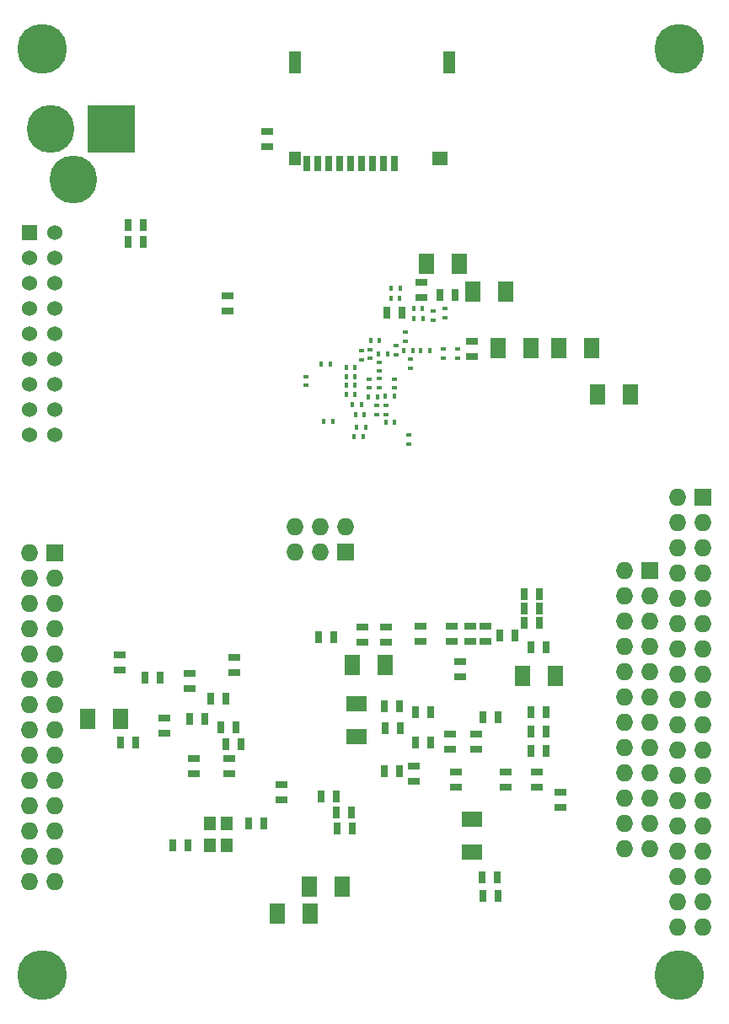
<source format=gbs>
G04 #@! TF.FileFunction,Soldermask,Bot*
%FSLAX46Y46*%
G04 Gerber Fmt 4.6, Leading zero omitted, Abs format (unit mm)*
G04 Created by KiCad (PCBNEW 0.201502071101+5410~21~ubuntu14.04.1-product) date mié 11 mar 2015 22:43:00 COT*
%MOMM*%
G01*
G04 APERTURE LIST*
%ADD10C,0.150000*%
%ADD11R,1.143000X0.635000*%
%ADD12R,0.635000X1.143000*%
%ADD13R,1.524000X2.032000*%
%ADD14R,0.660400X1.574800*%
%ADD15R,1.574800X1.371600*%
%ADD16R,1.168400X2.184400*%
%ADD17R,1.168400X1.371600*%
%ADD18C,5.000000*%
%ADD19C,4.800600*%
%ADD20R,4.800600X4.800600*%
%ADD21R,1.198880X1.399540*%
%ADD22R,0.599440X0.398780*%
%ADD23R,0.398780X0.599440*%
%ADD24R,1.524000X1.524000*%
%ADD25C,1.524000*%
%ADD26R,2.032000X1.524000*%
%ADD27R,1.727200X1.727200*%
%ADD28O,1.727200X1.727200*%
G04 APERTURE END LIST*
D10*
D11*
X41590000Y-49342000D03*
X41590000Y-47818000D03*
D12*
X64452000Y-47710000D03*
X62928000Y-47710000D03*
D13*
X66239000Y-47400000D03*
X69541000Y-47400000D03*
D11*
X61070000Y-47982000D03*
X61070000Y-46458000D03*
D13*
X61559000Y-44560000D03*
X64861000Y-44560000D03*
D11*
X66160000Y-53922000D03*
X66160000Y-52398000D03*
D13*
X68809000Y-53060000D03*
X72111000Y-53060000D03*
D11*
X42290000Y-84098000D03*
X42290000Y-85622000D03*
D12*
X43708000Y-100790000D03*
X45232000Y-100790000D03*
X37632000Y-103010000D03*
X36108000Y-103010000D03*
D11*
X30800000Y-83838000D03*
X30800000Y-85362000D03*
D12*
X30858000Y-92640000D03*
X32382000Y-92640000D03*
D11*
X47070000Y-96918000D03*
X47070000Y-98442000D03*
X35280000Y-91702000D03*
X35280000Y-90178000D03*
D12*
X41458000Y-92860000D03*
X42982000Y-92860000D03*
X41442000Y-88250000D03*
X39918000Y-88250000D03*
D11*
X37800000Y-85758000D03*
X37800000Y-87282000D03*
D13*
X30857000Y-90279800D03*
X27555000Y-90279800D03*
D12*
X31628000Y-42390000D03*
X33152000Y-42390000D03*
X31608000Y-40680000D03*
X33132000Y-40680000D03*
D14*
X58355200Y-34480000D03*
X57263000Y-34480000D03*
X56170800Y-34480000D03*
X55053200Y-34480000D03*
X53961000Y-34480000D03*
X52868800Y-34480000D03*
X51751200Y-34480000D03*
X50659000Y-34480000D03*
X49566800Y-34480000D03*
D15*
X62952600Y-33972000D03*
D16*
X63867000Y-24370800D03*
X48373000Y-24370800D03*
D17*
X48347600Y-33972000D03*
D18*
X23000000Y-116000000D03*
X87000000Y-116000000D03*
X23000000Y-23000000D03*
X87000000Y-23000000D03*
D19*
X23808500Y-31047000D03*
D20*
X29904500Y-31047000D03*
D19*
X26094500Y-36127000D03*
D11*
X45600000Y-32792000D03*
X45600000Y-31268000D03*
D21*
X41550000Y-100780000D03*
X41550000Y-102979640D03*
X39850740Y-102979640D03*
X39850740Y-100780000D03*
D22*
X59840000Y-62679580D03*
X59840000Y-61780420D03*
D23*
X59330420Y-53330000D03*
X60229580Y-53330000D03*
D22*
X59440000Y-52379580D03*
X59440000Y-51480420D03*
D23*
X54439580Y-55000000D03*
X53540420Y-55000000D03*
X54419580Y-55890000D03*
X53520420Y-55890000D03*
X55229580Y-61950000D03*
X54330420Y-61950000D03*
D22*
X55060000Y-54199580D03*
X55060000Y-53300420D03*
X56610000Y-59719580D03*
X56610000Y-58820420D03*
D23*
X58349580Y-57890000D03*
X57450420Y-57890000D03*
X55369580Y-59760000D03*
X54470420Y-59760000D03*
D22*
X60000000Y-55049580D03*
X60000000Y-54150420D03*
D23*
X51270420Y-60440000D03*
X52169580Y-60440000D03*
X54414580Y-56815000D03*
X53515420Y-56815000D03*
X51929580Y-54640000D03*
X51030420Y-54640000D03*
X54414580Y-57715000D03*
X53515420Y-57715000D03*
X55790420Y-57930000D03*
X56689580Y-57930000D03*
X55059580Y-58720000D03*
X54160420Y-58720000D03*
X61919580Y-53270000D03*
X61020420Y-53270000D03*
D22*
X49510000Y-55900420D03*
X49510000Y-56799580D03*
D23*
X56879580Y-52300000D03*
X55980420Y-52300000D03*
D13*
X78779000Y-57690000D03*
X82081000Y-57690000D03*
X74869000Y-53070000D03*
X78171000Y-53070000D03*
D22*
X58510000Y-53719580D03*
X58510000Y-52820420D03*
X58340000Y-56170420D03*
X58340000Y-57069580D03*
X56850000Y-56090420D03*
X56850000Y-56989580D03*
X56820000Y-55359580D03*
X56820000Y-54460420D03*
D23*
X57679580Y-53650000D03*
X56780420Y-53650000D03*
D22*
X55960000Y-54079580D03*
X55960000Y-53180420D03*
X57520000Y-58800420D03*
X57520000Y-59699580D03*
D23*
X58409580Y-60480000D03*
X57510420Y-60480000D03*
X55479580Y-61020000D03*
X54580420Y-61020000D03*
D22*
X55870000Y-56160420D03*
X55870000Y-57059580D03*
X62250000Y-50229580D03*
X62250000Y-49330420D03*
X63430000Y-49959580D03*
X63430000Y-49060420D03*
D23*
X61199580Y-49060000D03*
X60300420Y-49060000D03*
X61229580Y-50090000D03*
X60330420Y-50090000D03*
D22*
X63280000Y-54059580D03*
X63280000Y-53160420D03*
X64690000Y-54029580D03*
X64690000Y-53130420D03*
D23*
X58929580Y-48050000D03*
X58030420Y-48050000D03*
X58949580Y-47040000D03*
X58050420Y-47040000D03*
D12*
X59162000Y-49525000D03*
X57638000Y-49525000D03*
D24*
X21680000Y-41460000D03*
D25*
X24220000Y-41460000D03*
X21680000Y-44000000D03*
X24220000Y-44000000D03*
X21680000Y-46540000D03*
X24220000Y-46540000D03*
X21680000Y-49080000D03*
X24220000Y-49080000D03*
X21680000Y-51620000D03*
X24220000Y-51620000D03*
X21680000Y-54160000D03*
X24220000Y-54160000D03*
X21680000Y-56700000D03*
X24220000Y-56700000D03*
X24220000Y-59240000D03*
X21680000Y-59240000D03*
X24220000Y-61780000D03*
X21680000Y-61780000D03*
D12*
X33358000Y-86150000D03*
X34882000Y-86150000D03*
X39322000Y-90280000D03*
X37798000Y-90280000D03*
D11*
X41790000Y-95802000D03*
X41790000Y-94278000D03*
D12*
X42422000Y-91150000D03*
X40898000Y-91150000D03*
D11*
X38270000Y-95802000D03*
X38270000Y-94278000D03*
X75030000Y-97708000D03*
X75030000Y-99232000D03*
D12*
X52532000Y-98050000D03*
X51008000Y-98050000D03*
D11*
X72710000Y-97152000D03*
X72710000Y-95628000D03*
X57552400Y-81110400D03*
X57552400Y-82634400D03*
D12*
X73602000Y-91530000D03*
X72078000Y-91530000D03*
D11*
X64110000Y-80998000D03*
X64110000Y-82522000D03*
D12*
X57398000Y-89050000D03*
X58922000Y-89050000D03*
X67204400Y-106180200D03*
X68728400Y-106180200D03*
D11*
X65970000Y-80988000D03*
X65970000Y-82512000D03*
D12*
X57488000Y-91229000D03*
X59012000Y-91229000D03*
X52292000Y-82060000D03*
X50768000Y-82060000D03*
D11*
X67530000Y-80988000D03*
X67530000Y-82512000D03*
X55139400Y-81085000D03*
X55139400Y-82609000D03*
X61020000Y-80988000D03*
X61020000Y-82512000D03*
D12*
X57398000Y-95550000D03*
X58922000Y-95550000D03*
D11*
X60330000Y-96582000D03*
X60330000Y-95058000D03*
X69540000Y-97142000D03*
X69540000Y-95618000D03*
X64540000Y-97122000D03*
X64540000Y-95598000D03*
D12*
X73592000Y-83070000D03*
X72068000Y-83070000D03*
X73579800Y-93505600D03*
X72055800Y-93505600D03*
X60528000Y-89590000D03*
X62052000Y-89590000D03*
X60538000Y-92670000D03*
X62062000Y-92670000D03*
D11*
X66556700Y-93327800D03*
X66556700Y-91803800D03*
D12*
X67306000Y-108085200D03*
X68830000Y-108085200D03*
X68752000Y-90160000D03*
X67228000Y-90160000D03*
D11*
X63990000Y-93322000D03*
X63990000Y-91798000D03*
X65020000Y-84508000D03*
X65020000Y-86032000D03*
D12*
X73612000Y-89610000D03*
X72088000Y-89610000D03*
X52578000Y-99700000D03*
X54102000Y-99700000D03*
X52608000Y-101320000D03*
X54132000Y-101320000D03*
D26*
X54555200Y-92083200D03*
X54555200Y-88781200D03*
X66188400Y-103691000D03*
X66188400Y-100389000D03*
D13*
X57488900Y-84920400D03*
X54186900Y-84920400D03*
X53145500Y-107170800D03*
X49843500Y-107170800D03*
X71243000Y-86025300D03*
X74545000Y-86025300D03*
X46579600Y-109837800D03*
X49881600Y-109837800D03*
D27*
X89370000Y-68020000D03*
D28*
X86830000Y-68020000D03*
X89370000Y-70560000D03*
X86830000Y-70560000D03*
X89370000Y-73100000D03*
X86830000Y-73100000D03*
X89370000Y-75640000D03*
X86830000Y-75640000D03*
X89370000Y-78180000D03*
X86830000Y-78180000D03*
X89370000Y-80720000D03*
X86830000Y-80720000D03*
X89370000Y-83260000D03*
X86830000Y-83260000D03*
X89370000Y-85800000D03*
X86830000Y-85800000D03*
X89370000Y-88340000D03*
X86830000Y-88340000D03*
X89370000Y-90880000D03*
X86830000Y-90880000D03*
X89370000Y-93420000D03*
X86830000Y-93420000D03*
X89370000Y-95960000D03*
X86830000Y-95960000D03*
X89370000Y-98500000D03*
X86830000Y-98500000D03*
X89370000Y-101040000D03*
X86830000Y-101040000D03*
X89370000Y-103580000D03*
X86830000Y-103580000D03*
X89370000Y-106120000D03*
X86830000Y-106120000D03*
X89370000Y-108660000D03*
X86830000Y-108660000D03*
X89370000Y-111200000D03*
X86830000Y-111200000D03*
D27*
X84020000Y-75370000D03*
D28*
X81480000Y-75370000D03*
X84020000Y-77910000D03*
X81480000Y-77910000D03*
X84020000Y-80450000D03*
X81480000Y-80450000D03*
X84020000Y-82990000D03*
X81480000Y-82990000D03*
X84020000Y-85530000D03*
X81480000Y-85530000D03*
X84020000Y-88070000D03*
X81480000Y-88070000D03*
X84020000Y-90610000D03*
X81480000Y-90610000D03*
X84020000Y-93150000D03*
X81480000Y-93150000D03*
X84020000Y-95690000D03*
X81480000Y-95690000D03*
X84020000Y-98230000D03*
X81480000Y-98230000D03*
X84020000Y-100770000D03*
X81480000Y-100770000D03*
X84020000Y-103310000D03*
X81480000Y-103310000D03*
D27*
X24220000Y-73620000D03*
D28*
X21680000Y-73620000D03*
X24220000Y-76160000D03*
X21680000Y-76160000D03*
X24220000Y-78700000D03*
X21680000Y-78700000D03*
X24220000Y-81240000D03*
X21680000Y-81240000D03*
X24220000Y-83780000D03*
X21680000Y-83780000D03*
X24220000Y-86320000D03*
X21680000Y-86320000D03*
X24220000Y-88860000D03*
X21680000Y-88860000D03*
X24220000Y-91400000D03*
X21680000Y-91400000D03*
X24220000Y-93940000D03*
X21680000Y-93940000D03*
X24220000Y-96480000D03*
X21680000Y-96480000D03*
X24220000Y-99020000D03*
X21680000Y-99020000D03*
X24220000Y-101560000D03*
X21680000Y-101560000D03*
X24220000Y-104100000D03*
X21680000Y-104100000D03*
X24220000Y-106640000D03*
X21680000Y-106640000D03*
D27*
X53460000Y-73510000D03*
D28*
X53460000Y-70970000D03*
X50920000Y-73510000D03*
X50920000Y-70970000D03*
X48380000Y-73510000D03*
X48380000Y-70970000D03*
D12*
X71448000Y-77760000D03*
X72972000Y-77760000D03*
X71438000Y-79170000D03*
X72962000Y-79170000D03*
X71428000Y-80660000D03*
X72952000Y-80660000D03*
X68928000Y-81900000D03*
X70452000Y-81900000D03*
M02*

</source>
